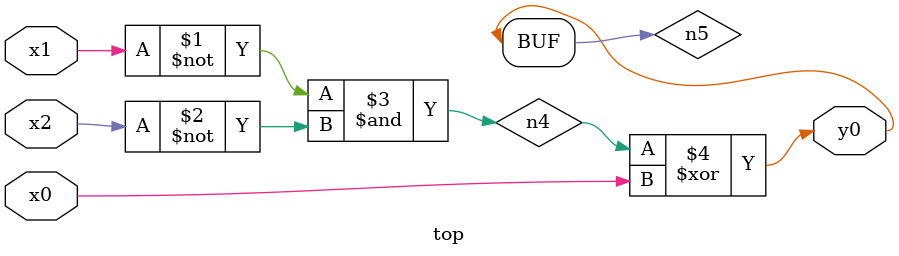
<source format=v>
module top( x0 , x1 , x2 , y0 );
  input x0 , x1 , x2 ;
  output y0 ;
  wire n4 , n5 ;
  assign n4 = ~x1 & ~x2 ;
  assign n5 = n4 ^ x0 ;
  assign y0 = n5 ;
endmodule

</source>
